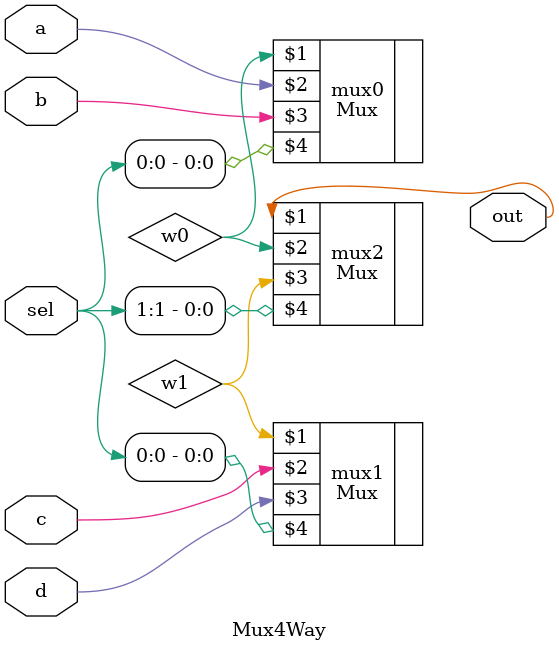
<source format=v>
/* módulo Mux4Way */

`ifndef _Mux4Way_
`define _Mux4Way_

`include "Mux.v"

module Mux4Way(out, a, b, c, d, sel);
    input a, b, c, d;
    input [1:0] sel;
    output out;
    wire w0, w1;

    //

    Mux mux0(w0, a, b, sel[0]);
    Mux mux1(w1, c, d, sel[0]);
    Mux mux2(out, w0, w1, sel[1]);



endmodule

`endif
</source>
